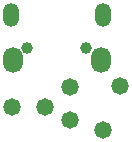
<source format=gbs>
G04*
G04 #@! TF.GenerationSoftware,Altium Limited,Altium Designer,22.5.1 (42)*
G04*
G04 Layer_Color=16711935*
%FSLAX44Y44*%
%MOMM*%
G71*
G04*
G04 #@! TF.SameCoordinates,58EBD81C-6F45-4402-977D-F62170CEE2AC*
G04*
G04*
G04 #@! TF.FilePolarity,Negative*
G04*
G01*
G75*
%ADD29C,1.0032*%
%ADD30O,1.3532X2.0032*%
%ADD31O,1.6532X2.2032*%
%ADD32C,1.4732*%
D29*
X56280Y133900D02*
D03*
X106280D02*
D03*
D30*
X42530Y161400D02*
D03*
X120030D02*
D03*
D31*
X44030Y123400D02*
D03*
X118530D02*
D03*
D32*
X43180Y83820D02*
D03*
X92710Y72551D02*
D03*
X71120Y83820D02*
D03*
X92710Y100330D02*
D03*
X134620Y101600D02*
D03*
X120430Y64410D02*
D03*
M02*

</source>
